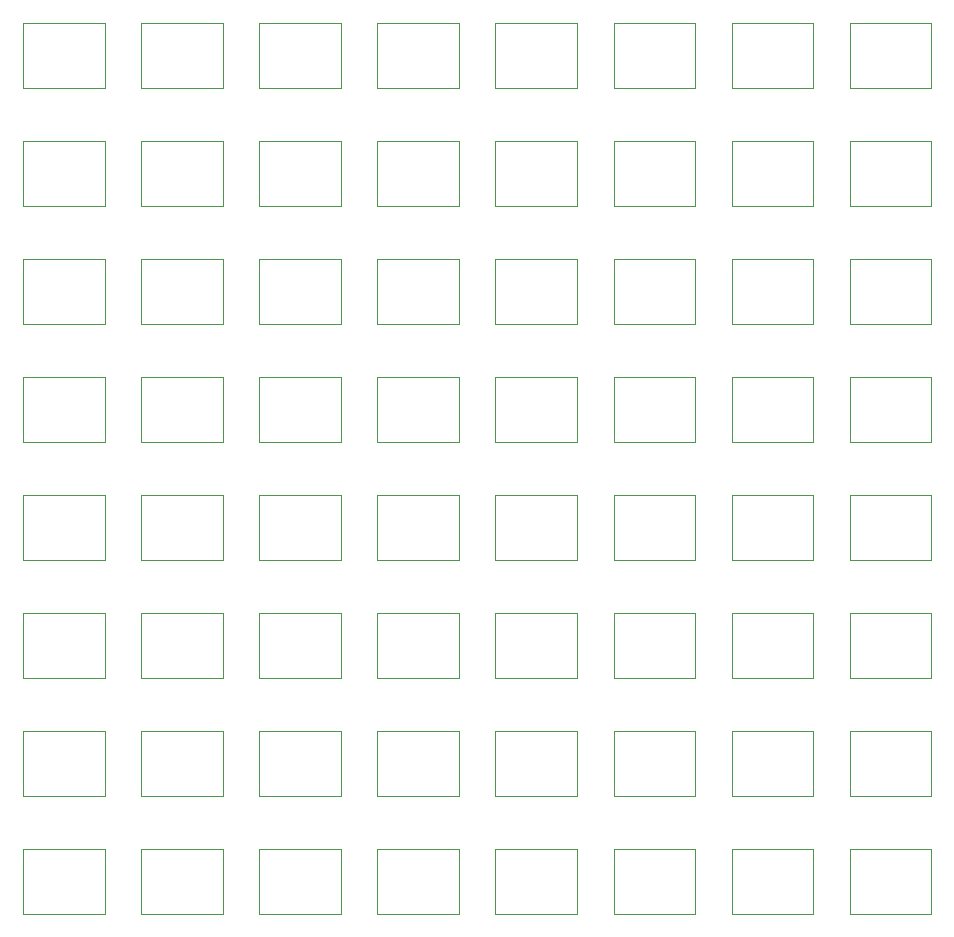
<source format=gbr>
G04 #@! TF.GenerationSoftware,KiCad,Pcbnew,8.0.4*
G04 #@! TF.CreationDate,2024-08-04T14:27:04+02:00*
G04 #@! TF.ProjectId,Neopixel,4e656f70-6978-4656-9c2e-6b696361645f,rev?*
G04 #@! TF.SameCoordinates,Original*
G04 #@! TF.FileFunction,Other,User*
%FSLAX46Y46*%
G04 Gerber Fmt 4.6, Leading zero omitted, Abs format (unit mm)*
G04 Created by KiCad (PCBNEW 8.0.4) date 2024-08-04 14:27:04*
%MOMM*%
%LPD*%
G01*
G04 APERTURE LIST*
%ADD10C,0.050000*%
G04 APERTURE END LIST*
D10*
G04 #@! TO.C,D49*
X81550000Y-22250000D02*
X81550000Y-27750000D01*
X81550000Y-27750000D02*
X88450000Y-27750000D01*
X88450000Y-22250000D02*
X81550000Y-22250000D01*
X88450000Y-27750000D02*
X88450000Y-22250000D01*
G04 #@! TO.C,D57*
X91550000Y-92250000D02*
X91550000Y-97750000D01*
X91550000Y-97750000D02*
X98450000Y-97750000D01*
X98450000Y-92250000D02*
X91550000Y-92250000D01*
X98450000Y-97750000D02*
X98450000Y-92250000D01*
G04 #@! TO.C,D23*
X41550000Y-82250000D02*
X41550000Y-87750000D01*
X41550000Y-87750000D02*
X48450000Y-87750000D01*
X48450000Y-82250000D02*
X41550000Y-82250000D01*
X48450000Y-87750000D02*
X48450000Y-82250000D01*
G04 #@! TO.C,D38*
X61550000Y-72250000D02*
X61550000Y-77750000D01*
X61550000Y-77750000D02*
X68450000Y-77750000D01*
X68450000Y-72250000D02*
X61550000Y-72250000D01*
X68450000Y-77750000D02*
X68450000Y-72250000D01*
G04 #@! TO.C,D33*
X61550000Y-22250000D02*
X61550000Y-27750000D01*
X61550000Y-27750000D02*
X68450000Y-27750000D01*
X68450000Y-22250000D02*
X61550000Y-22250000D01*
X68450000Y-27750000D02*
X68450000Y-22250000D01*
G04 #@! TO.C,D19*
X41550000Y-42250000D02*
X41550000Y-47750000D01*
X41550000Y-47750000D02*
X48450000Y-47750000D01*
X48450000Y-42250000D02*
X41550000Y-42250000D01*
X48450000Y-47750000D02*
X48450000Y-42250000D01*
G04 #@! TO.C,D15*
X31550000Y-32250000D02*
X31550000Y-37750000D01*
X31550000Y-37750000D02*
X38450000Y-37750000D01*
X38450000Y-32250000D02*
X31550000Y-32250000D01*
X38450000Y-37750000D02*
X38450000Y-32250000D01*
G04 #@! TO.C,D50*
X81550000Y-32250000D02*
X81550000Y-37750000D01*
X81550000Y-37750000D02*
X88450000Y-37750000D01*
X88450000Y-32250000D02*
X81550000Y-32250000D01*
X88450000Y-37750000D02*
X88450000Y-32250000D01*
G04 #@! TO.C,D1*
X21550000Y-22250000D02*
X21550000Y-27750000D01*
X21550000Y-27750000D02*
X28450000Y-27750000D01*
X28450000Y-22250000D02*
X21550000Y-22250000D01*
X28450000Y-27750000D02*
X28450000Y-22250000D01*
G04 #@! TO.C,D8*
X21550000Y-92250000D02*
X21550000Y-97750000D01*
X21550000Y-97750000D02*
X28450000Y-97750000D01*
X28450000Y-92250000D02*
X21550000Y-92250000D01*
X28450000Y-97750000D02*
X28450000Y-92250000D01*
G04 #@! TO.C,D47*
X71550000Y-32250000D02*
X71550000Y-37750000D01*
X71550000Y-37750000D02*
X78450000Y-37750000D01*
X78450000Y-32250000D02*
X71550000Y-32250000D01*
X78450000Y-37750000D02*
X78450000Y-32250000D01*
G04 #@! TO.C,D53*
X81550000Y-62250000D02*
X81550000Y-67750000D01*
X81550000Y-67750000D02*
X88450000Y-67750000D01*
X88450000Y-62250000D02*
X81550000Y-62250000D01*
X88450000Y-67750000D02*
X88450000Y-62250000D01*
G04 #@! TO.C,D59*
X91550000Y-72250000D02*
X91550000Y-77750000D01*
X91550000Y-77750000D02*
X98450000Y-77750000D01*
X98450000Y-72250000D02*
X91550000Y-72250000D01*
X98450000Y-77750000D02*
X98450000Y-72250000D01*
G04 #@! TO.C,D12*
X31550000Y-62250000D02*
X31550000Y-67750000D01*
X31550000Y-67750000D02*
X38450000Y-67750000D01*
X38450000Y-62250000D02*
X31550000Y-62250000D01*
X38450000Y-67750000D02*
X38450000Y-62250000D01*
G04 #@! TO.C,D9*
X31550000Y-92250000D02*
X31550000Y-97750000D01*
X31550000Y-97750000D02*
X38450000Y-97750000D01*
X38450000Y-92250000D02*
X31550000Y-92250000D01*
X38450000Y-97750000D02*
X38450000Y-92250000D01*
G04 #@! TO.C,D30*
X51550000Y-42250000D02*
X51550000Y-47750000D01*
X51550000Y-47750000D02*
X58450000Y-47750000D01*
X58450000Y-42250000D02*
X51550000Y-42250000D01*
X58450000Y-47750000D02*
X58450000Y-42250000D01*
G04 #@! TO.C,D34*
X61550000Y-32250000D02*
X61550000Y-37750000D01*
X61550000Y-37750000D02*
X68450000Y-37750000D01*
X68450000Y-32250000D02*
X61550000Y-32250000D01*
X68450000Y-37750000D02*
X68450000Y-32250000D01*
G04 #@! TO.C,D42*
X71550000Y-82250000D02*
X71550000Y-87750000D01*
X71550000Y-87750000D02*
X78450000Y-87750000D01*
X78450000Y-82250000D02*
X71550000Y-82250000D01*
X78450000Y-87750000D02*
X78450000Y-82250000D01*
G04 #@! TO.C,D14*
X31550000Y-42250000D02*
X31550000Y-47750000D01*
X31550000Y-47750000D02*
X38450000Y-47750000D01*
X38450000Y-42250000D02*
X31550000Y-42250000D01*
X38450000Y-47750000D02*
X38450000Y-42250000D01*
G04 #@! TO.C,D26*
X51550000Y-82250000D02*
X51550000Y-87750000D01*
X51550000Y-87750000D02*
X58450000Y-87750000D01*
X58450000Y-82250000D02*
X51550000Y-82250000D01*
X58450000Y-87750000D02*
X58450000Y-82250000D01*
G04 #@! TO.C,D56*
X81550000Y-92250000D02*
X81550000Y-97750000D01*
X81550000Y-97750000D02*
X88450000Y-97750000D01*
X88450000Y-92250000D02*
X81550000Y-92250000D01*
X88450000Y-97750000D02*
X88450000Y-92250000D01*
G04 #@! TO.C,D3*
X21550000Y-42250000D02*
X21550000Y-47750000D01*
X21550000Y-47750000D02*
X28450000Y-47750000D01*
X28450000Y-42250000D02*
X21550000Y-42250000D01*
X28450000Y-47750000D02*
X28450000Y-42250000D01*
G04 #@! TO.C,D52*
X81550000Y-52250000D02*
X81550000Y-57750000D01*
X81550000Y-57750000D02*
X88450000Y-57750000D01*
X88450000Y-52250000D02*
X81550000Y-52250000D01*
X88450000Y-57750000D02*
X88450000Y-52250000D01*
G04 #@! TO.C,D36*
X61550000Y-52250000D02*
X61550000Y-57750000D01*
X61550000Y-57750000D02*
X68450000Y-57750000D01*
X68450000Y-52250000D02*
X61550000Y-52250000D01*
X68450000Y-57750000D02*
X68450000Y-52250000D01*
G04 #@! TO.C,D11*
X31550000Y-72250000D02*
X31550000Y-77750000D01*
X31550000Y-77750000D02*
X38450000Y-77750000D01*
X38450000Y-72250000D02*
X31550000Y-72250000D01*
X38450000Y-77750000D02*
X38450000Y-72250000D01*
G04 #@! TO.C,D27*
X51550000Y-72250000D02*
X51550000Y-77750000D01*
X51550000Y-77750000D02*
X58450000Y-77750000D01*
X58450000Y-72250000D02*
X51550000Y-72250000D01*
X58450000Y-77750000D02*
X58450000Y-72250000D01*
G04 #@! TO.C,D5*
X21550000Y-62250000D02*
X21550000Y-67750000D01*
X21550000Y-67750000D02*
X28450000Y-67750000D01*
X28450000Y-62250000D02*
X21550000Y-62250000D01*
X28450000Y-67750000D02*
X28450000Y-62250000D01*
G04 #@! TO.C,D32*
X51550000Y-22250000D02*
X51550000Y-27750000D01*
X51550000Y-27750000D02*
X58450000Y-27750000D01*
X58450000Y-22250000D02*
X51550000Y-22250000D01*
X58450000Y-27750000D02*
X58450000Y-22250000D01*
G04 #@! TO.C,D64*
X91550000Y-22250000D02*
X91550000Y-27750000D01*
X91550000Y-27750000D02*
X98450000Y-27750000D01*
X98450000Y-22250000D02*
X91550000Y-22250000D01*
X98450000Y-27750000D02*
X98450000Y-22250000D01*
G04 #@! TO.C,D45*
X71550000Y-52250000D02*
X71550000Y-57750000D01*
X71550000Y-57750000D02*
X78450000Y-57750000D01*
X78450000Y-52250000D02*
X71550000Y-52250000D01*
X78450000Y-57750000D02*
X78450000Y-52250000D01*
G04 #@! TO.C,D18*
X41550000Y-32250000D02*
X41550000Y-37750000D01*
X41550000Y-37750000D02*
X48450000Y-37750000D01*
X48450000Y-32250000D02*
X41550000Y-32250000D01*
X48450000Y-37750000D02*
X48450000Y-32250000D01*
G04 #@! TO.C,D62*
X91550000Y-42250000D02*
X91550000Y-47750000D01*
X91550000Y-47750000D02*
X98450000Y-47750000D01*
X98450000Y-42250000D02*
X91550000Y-42250000D01*
X98450000Y-47750000D02*
X98450000Y-42250000D01*
G04 #@! TO.C,D13*
X31550000Y-52250000D02*
X31550000Y-57750000D01*
X31550000Y-57750000D02*
X38450000Y-57750000D01*
X38450000Y-52250000D02*
X31550000Y-52250000D01*
X38450000Y-57750000D02*
X38450000Y-52250000D01*
G04 #@! TO.C,D37*
X61550000Y-62250000D02*
X61550000Y-67750000D01*
X61550000Y-67750000D02*
X68450000Y-67750000D01*
X68450000Y-62250000D02*
X61550000Y-62250000D01*
X68450000Y-67750000D02*
X68450000Y-62250000D01*
G04 #@! TO.C,D22*
X41550000Y-72250000D02*
X41550000Y-77750000D01*
X41550000Y-77750000D02*
X48450000Y-77750000D01*
X48450000Y-72250000D02*
X41550000Y-72250000D01*
X48450000Y-77750000D02*
X48450000Y-72250000D01*
G04 #@! TO.C,D43*
X71550000Y-72250000D02*
X71550000Y-77750000D01*
X71550000Y-77750000D02*
X78450000Y-77750000D01*
X78450000Y-72250000D02*
X71550000Y-72250000D01*
X78450000Y-77750000D02*
X78450000Y-72250000D01*
G04 #@! TO.C,D28*
X51550000Y-62250000D02*
X51550000Y-67750000D01*
X51550000Y-67750000D02*
X58450000Y-67750000D01*
X58450000Y-62250000D02*
X51550000Y-62250000D01*
X58450000Y-67750000D02*
X58450000Y-62250000D01*
G04 #@! TO.C,D29*
X51550000Y-52250000D02*
X51550000Y-57750000D01*
X51550000Y-57750000D02*
X58450000Y-57750000D01*
X58450000Y-52250000D02*
X51550000Y-52250000D01*
X58450000Y-57750000D02*
X58450000Y-52250000D01*
G04 #@! TO.C,D54*
X81550000Y-72250000D02*
X81550000Y-77750000D01*
X81550000Y-77750000D02*
X88450000Y-77750000D01*
X88450000Y-72250000D02*
X81550000Y-72250000D01*
X88450000Y-77750000D02*
X88450000Y-72250000D01*
G04 #@! TO.C,D41*
X71550000Y-92250000D02*
X71550000Y-97750000D01*
X71550000Y-97750000D02*
X78450000Y-97750000D01*
X78450000Y-92250000D02*
X71550000Y-92250000D01*
X78450000Y-97750000D02*
X78450000Y-92250000D01*
G04 #@! TO.C,D6*
X21550000Y-72250000D02*
X21550000Y-77750000D01*
X21550000Y-77750000D02*
X28450000Y-77750000D01*
X28450000Y-72250000D02*
X21550000Y-72250000D01*
X28450000Y-77750000D02*
X28450000Y-72250000D01*
G04 #@! TO.C,D35*
X61550000Y-42250000D02*
X61550000Y-47750000D01*
X61550000Y-47750000D02*
X68450000Y-47750000D01*
X68450000Y-42250000D02*
X61550000Y-42250000D01*
X68450000Y-47750000D02*
X68450000Y-42250000D01*
G04 #@! TO.C,D40*
X61550000Y-92250000D02*
X61550000Y-97750000D01*
X61550000Y-97750000D02*
X68450000Y-97750000D01*
X68450000Y-92250000D02*
X61550000Y-92250000D01*
X68450000Y-97750000D02*
X68450000Y-92250000D01*
G04 #@! TO.C,D58*
X91550000Y-82250000D02*
X91550000Y-87750000D01*
X91550000Y-87750000D02*
X98450000Y-87750000D01*
X98450000Y-82250000D02*
X91550000Y-82250000D01*
X98450000Y-87750000D02*
X98450000Y-82250000D01*
G04 #@! TO.C,D61*
X91550000Y-52250000D02*
X91550000Y-57750000D01*
X91550000Y-57750000D02*
X98450000Y-57750000D01*
X98450000Y-52250000D02*
X91550000Y-52250000D01*
X98450000Y-57750000D02*
X98450000Y-52250000D01*
G04 #@! TO.C,D31*
X51550000Y-32250000D02*
X51550000Y-37750000D01*
X51550000Y-37750000D02*
X58450000Y-37750000D01*
X58450000Y-32250000D02*
X51550000Y-32250000D01*
X58450000Y-37750000D02*
X58450000Y-32250000D01*
G04 #@! TO.C,D39*
X61550000Y-82250000D02*
X61550000Y-87750000D01*
X61550000Y-87750000D02*
X68450000Y-87750000D01*
X68450000Y-82250000D02*
X61550000Y-82250000D01*
X68450000Y-87750000D02*
X68450000Y-82250000D01*
G04 #@! TO.C,D16*
X31550000Y-22250000D02*
X31550000Y-27750000D01*
X31550000Y-27750000D02*
X38450000Y-27750000D01*
X38450000Y-22250000D02*
X31550000Y-22250000D01*
X38450000Y-27750000D02*
X38450000Y-22250000D01*
G04 #@! TO.C,D44*
X71550000Y-62250000D02*
X71550000Y-67750000D01*
X71550000Y-67750000D02*
X78450000Y-67750000D01*
X78450000Y-62250000D02*
X71550000Y-62250000D01*
X78450000Y-67750000D02*
X78450000Y-62250000D01*
G04 #@! TO.C,D24*
X41550000Y-92250000D02*
X41550000Y-97750000D01*
X41550000Y-97750000D02*
X48450000Y-97750000D01*
X48450000Y-92250000D02*
X41550000Y-92250000D01*
X48450000Y-97750000D02*
X48450000Y-92250000D01*
G04 #@! TO.C,D2*
X21550000Y-32250000D02*
X21550000Y-37750000D01*
X21550000Y-37750000D02*
X28450000Y-37750000D01*
X28450000Y-32250000D02*
X21550000Y-32250000D01*
X28450000Y-37750000D02*
X28450000Y-32250000D01*
G04 #@! TO.C,D4*
X21550000Y-52250000D02*
X21550000Y-57750000D01*
X21550000Y-57750000D02*
X28450000Y-57750000D01*
X28450000Y-52250000D02*
X21550000Y-52250000D01*
X28450000Y-57750000D02*
X28450000Y-52250000D01*
G04 #@! TO.C,D51*
X81550000Y-42250000D02*
X81550000Y-47750000D01*
X81550000Y-47750000D02*
X88450000Y-47750000D01*
X88450000Y-42250000D02*
X81550000Y-42250000D01*
X88450000Y-47750000D02*
X88450000Y-42250000D01*
G04 #@! TO.C,D60*
X91550000Y-62250000D02*
X91550000Y-67750000D01*
X91550000Y-67750000D02*
X98450000Y-67750000D01*
X98450000Y-62250000D02*
X91550000Y-62250000D01*
X98450000Y-67750000D02*
X98450000Y-62250000D01*
G04 #@! TO.C,D17*
X41550000Y-22250000D02*
X41550000Y-27750000D01*
X41550000Y-27750000D02*
X48450000Y-27750000D01*
X48450000Y-22250000D02*
X41550000Y-22250000D01*
X48450000Y-27750000D02*
X48450000Y-22250000D01*
G04 #@! TO.C,D48*
X71550000Y-22250000D02*
X71550000Y-27750000D01*
X71550000Y-27750000D02*
X78450000Y-27750000D01*
X78450000Y-22250000D02*
X71550000Y-22250000D01*
X78450000Y-27750000D02*
X78450000Y-22250000D01*
G04 #@! TO.C,D46*
X71550000Y-42250000D02*
X71550000Y-47750000D01*
X71550000Y-47750000D02*
X78450000Y-47750000D01*
X78450000Y-42250000D02*
X71550000Y-42250000D01*
X78450000Y-47750000D02*
X78450000Y-42250000D01*
G04 #@! TO.C,D63*
X91550000Y-32250000D02*
X91550000Y-37750000D01*
X91550000Y-37750000D02*
X98450000Y-37750000D01*
X98450000Y-32250000D02*
X91550000Y-32250000D01*
X98450000Y-37750000D02*
X98450000Y-32250000D01*
G04 #@! TO.C,D7*
X21550000Y-82250000D02*
X21550000Y-87750000D01*
X21550000Y-87750000D02*
X28450000Y-87750000D01*
X28450000Y-82250000D02*
X21550000Y-82250000D01*
X28450000Y-87750000D02*
X28450000Y-82250000D01*
G04 #@! TO.C,D21*
X41550000Y-62250000D02*
X41550000Y-67750000D01*
X41550000Y-67750000D02*
X48450000Y-67750000D01*
X48450000Y-62250000D02*
X41550000Y-62250000D01*
X48450000Y-67750000D02*
X48450000Y-62250000D01*
G04 #@! TO.C,D55*
X81550000Y-82250000D02*
X81550000Y-87750000D01*
X81550000Y-87750000D02*
X88450000Y-87750000D01*
X88450000Y-82250000D02*
X81550000Y-82250000D01*
X88450000Y-87750000D02*
X88450000Y-82250000D01*
G04 #@! TO.C,D10*
X31550000Y-82250000D02*
X31550000Y-87750000D01*
X31550000Y-87750000D02*
X38450000Y-87750000D01*
X38450000Y-82250000D02*
X31550000Y-82250000D01*
X38450000Y-87750000D02*
X38450000Y-82250000D01*
G04 #@! TO.C,D25*
X51550000Y-92250000D02*
X51550000Y-97750000D01*
X51550000Y-97750000D02*
X58450000Y-97750000D01*
X58450000Y-92250000D02*
X51550000Y-92250000D01*
X58450000Y-97750000D02*
X58450000Y-92250000D01*
G04 #@! TO.C,D20*
X41550000Y-52250000D02*
X41550000Y-57750000D01*
X41550000Y-57750000D02*
X48450000Y-57750000D01*
X48450000Y-52250000D02*
X41550000Y-52250000D01*
X48450000Y-57750000D02*
X48450000Y-52250000D01*
G04 #@! TD*
M02*

</source>
